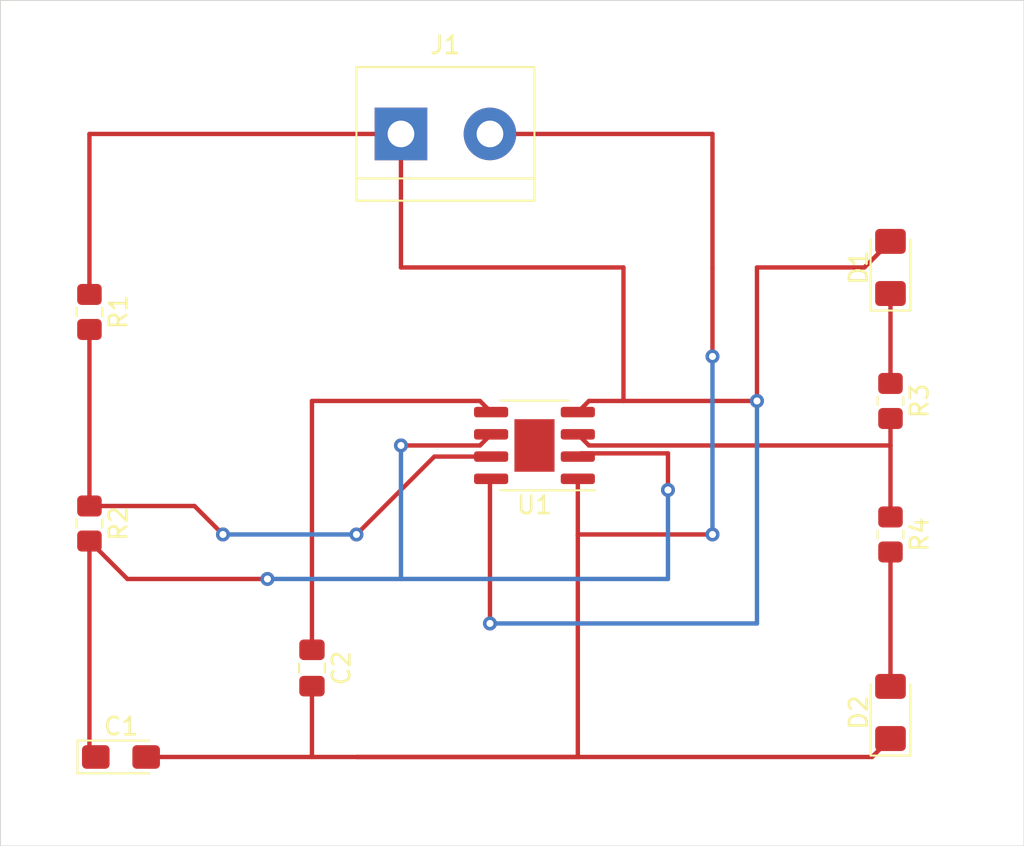
<source format=kicad_pcb>
(kicad_pcb (version 20211014) (generator pcbnew)
  (layers (0 "F.Cu" signal) (31 "B.Cu" signal) (34 "B.Paste" user) (35 "F.Paste" user) (36 "B.SilkS" user "B.Silkscreen") (37 "F.SilkS" user "F.Silkscreen") (38 "B.Mask" user) (39 "F.Mask" user) (44 "Edge.Cuts" user))
  (net 0 "")
  (net 1 "/pin_2")
  (net 2 "GND")
  (net 3 "Net-(C2-Pad1)")
  (net 4 "Net-(D1-Pad1)")
  (net 5 "+9V")
  (net 6 "Net-(D2-Pad2)")
  (net 7 "/pin_7")
  (net 8 "/pin_3")
  (footprint "Resistor_SMD:R_0805_2012Metric_Pad1.20x1.40mm_HandSolder" (layer "F.Cu") (at 124.46 81.28 -90)
    (fp_text reference "R1" (at 0 -1.65 90) (layer "F.SilkS"))
    (fp_text value "1k")
    (fp_line (start -0.227064 -0.735) (end 0.227064 -0.735) (layer "F.SilkS") (width 0.12))
    (fp_line (start -0.227064 0.735) (end 0.227064 0.735) (layer "F.SilkS") (width 0.12))
    (pad "1" smd roundrect (at -1 0 270) (size 1.2 1.4) (layers "F.Cu" "F.Paste" "F.Mask") (roundrect_rratio 0.208333) (net 5 "+9V"))
    (pad "2" smd roundrect (at 1 0 270) (size 1.2 1.4) (layers "F.Cu" "F.Paste" "F.Mask") (roundrect_rratio 0.208333) (net 7 "/pin_7"))
  )
  (footprint "TerminalBlock:TerminalBlock_bornier-2_P5.08mm" (layer "F.Cu") (at 142.24 71.12)
    (fp_text reference "J1" (at 2.54 -5.08) (layer "F.SilkS"))
    (fp_text value " ")
    (fp_line (start 7.62 -3.81) (end -2.54 -3.81) (layer "F.SilkS") (width 0.12))
    (fp_line (start -2.54 3.81) (end 7.62 3.81) (layer "F.SilkS") (width 0.12))
    (fp_line (start 7.62 2.54) (end -2.54 2.54) (layer "F.SilkS") (width 0.12))
    (fp_line (start -2.54 -3.81) (end -2.54 3.81) (layer "F.SilkS") (width 0.12))
    (fp_line (start 7.62 3.81) (end 7.62 -3.81) (layer "F.SilkS") (width 0.12))
    (pad "1" thru_hole rect (at 0 0) (size 3 3) (drill 1.52) (layers *.Cu *.Mask) (net 5 "+9V"))
    (pad "2" thru_hole circle (at 5.08 0) (size 3 3) (drill 1.52) (layers *.Cu *.Mask) (net 2 "GND"))
  )
  (footprint "LED_SMD:LED_1206_3216Metric_Pad1.42x1.75mm_HandSolder" (layer "F.Cu") (at 170.18 78.74 90)
    (fp_text reference "D1" (at 0 -1.82 90) (layer "F.SilkS"))
    (fp_text value "LED")
    (fp_line (start -2.46 -1.135) (end -2.46 1.135) (layer "F.SilkS") (width 0.12))
    (fp_line (start -2.46 1.135) (end 1.6 1.135) (layer "F.SilkS") (width 0.12))
    (fp_line (start 1.6 -1.135) (end -2.46 -1.135) (layer "F.SilkS") (width 0.12))
    (pad "1" smd roundrect (at -1.4875 0 90) (size 1.425 1.75) (layers "F.Cu" "F.Paste" "F.Mask") (roundrect_rratio 0.175439) (net 4 "Net-(D1-Pad1)"))
    (pad "2" smd roundrect (at 1.4875 0 90) (size 1.425 1.75) (layers "F.Cu" "F.Paste" "F.Mask") (roundrect_rratio 0.175439) (net 5 "+9V"))
  )
  (footprint "Resistor_SMD:R_0805_2012Metric_Pad1.20x1.40mm_HandSolder" (layer "F.Cu") (at 170.18 86.36 -90)
    (fp_text reference "R3" (at 0 -1.65 90) (layer "F.SilkS"))
    (fp_text value "1k")
    (fp_line (start -0.227064 -0.735) (end 0.227064 -0.735) (layer "F.SilkS") (width 0.12))
    (fp_line (start -0.227064 0.735) (end 0.227064 0.735) (layer "F.SilkS") (width 0.12))
    (pad "1" smd roundrect (at -1 0 270) (size 1.2 1.4) (layers "F.Cu" "F.Paste" "F.Mask") (roundrect_rratio 0.208333) (net 4 "Net-(D1-Pad1)"))
    (pad "2" smd roundrect (at 1 0 270) (size 1.2 1.4) (layers "F.Cu" "F.Paste" "F.Mask") (roundrect_rratio 0.208333) (net 8 "/pin_3"))
  )
  (footprint "LED_SMD:LED_1206_3216Metric_Pad1.42x1.75mm_HandSolder" (layer "F.Cu") (at 170.18 104.14 90)
    (fp_text reference "D2" (at 0 -1.82 90) (layer "F.SilkS"))
    (fp_text value "LED")
    (fp_line (start -2.46 -1.135) (end -2.46 1.135) (layer "F.SilkS") (width 0.12))
    (fp_line (start -2.46 1.135) (end 1.6 1.135) (layer "F.SilkS") (width 0.12))
    (fp_line (start 1.6 -1.135) (end -2.46 -1.135) (layer "F.SilkS") (width 0.12))
    (pad "1" smd roundrect (at -1.4875 0 90) (size 1.425 1.75) (layers "F.Cu" "F.Paste" "F.Mask") (roundrect_rratio 0.175439) (net 2 "GND"))
    (pad "2" smd roundrect (at 1.4875 0 90) (size 1.425 1.75) (layers "F.Cu" "F.Paste" "F.Mask") (roundrect_rratio 0.175439) (net 6 "Net-(D2-Pad2)"))
  )
  (footprint "Resistor_SMD:R_0805_2012Metric_Pad1.20x1.40mm_HandSolder" (layer "F.Cu") (at 124.46 93.355 -90)
    (fp_text reference "R2" (at 0 -1.65 90) (layer "F.SilkS"))
    (fp_text value "10k")
    (fp_line (start -0.227064 -0.735) (end 0.227064 -0.735) (layer "F.SilkS") (width 0.12))
    (fp_line (start -0.227064 0.735) (end 0.227064 0.735) (layer "F.SilkS") (width 0.12))
    (pad "1" smd roundrect (at -1 0 270) (size 1.2 1.4) (layers "F.Cu" "F.Paste" "F.Mask") (roundrect_rratio 0.208333) (net 7 "/pin_7"))
    (pad "2" smd roundrect (at 1 0 270) (size 1.2 1.4) (layers "F.Cu" "F.Paste" "F.Mask") (roundrect_rratio 0.208333) (net 1 "/pin_2"))
  )
  (footprint "Resistor_SMD:R_0805_2012Metric_Pad1.20x1.40mm_HandSolder" (layer "F.Cu") (at 170.18 93.98 -90)
    (fp_text reference "R4" (at 0 -1.65 90) (layer "F.SilkS"))
    (fp_text value "1k")
    (fp_line (start -0.227064 -0.735) (end 0.227064 -0.735) (layer "F.SilkS") (width 0.12))
    (fp_line (start -0.227064 0.735) (end 0.227064 0.735) (layer "F.SilkS") (width 0.12))
    (pad "1" smd roundrect (at -1 0 270) (size 1.2 1.4) (layers "F.Cu" "F.Paste" "F.Mask") (roundrect_rratio 0.208333) (net 8 "/pin_3"))
    (pad "2" smd roundrect (at 1 0 270) (size 1.2 1.4) (layers "F.Cu" "F.Paste" "F.Mask") (roundrect_rratio 0.208333) (net 6 "Net-(D2-Pad2)"))
  )
  (footprint "Capacitor_Tantalum_SMD:CP_EIA-3216-18_Kemet-A_Pad1.58x1.35mm_HandSolder" (layer "F.Cu") (at 126.26 106.68)
    (fp_text reference "C1" (at 0 -1.75) (layer "F.SilkS"))
    (fp_text value "10uF")
    (fp_line (start -2.485 -0.935) (end -2.485 0.935) (layer "F.SilkS") (width 0.12))
    (fp_line (start 1.6 -0.935) (end -2.485 -0.935) (layer "F.SilkS") (width 0.12))
    (fp_line (start -2.485 0.935) (end 1.6 0.935) (layer "F.SilkS") (width 0.12))
    (pad "1" smd roundrect (at -1.4375 0) (size 1.575 1.35) (layers "F.Cu" "F.Paste" "F.Mask") (roundrect_rratio 0.185185) (net 1 "/pin_2"))
    (pad "2" smd roundrect (at 1.4375 0) (size 1.575 1.35) (layers "F.Cu" "F.Paste" "F.Mask") (roundrect_rratio 0.185185) (net 2 "GND"))
  )
  (footprint "Package_SO:SOIC-8-1EP_3.9x4.9mm_P1.27mm_EP2.29x3mm" (layer "F.Cu") (at 149.86 88.9 180)
    (fp_text reference "U1" (at 0 -3.4) (layer "F.SilkS"))
    (fp_text value " ")
    (fp_line (start 0 2.56) (end 1.95 2.56) (layer "F.SilkS") (width 0.12))
    (fp_line (start 0 -2.56) (end -3.45 -2.56) (layer "F.SilkS") (width 0.12))
    (fp_line (start 0 -2.56) (end 1.95 -2.56) (layer "F.SilkS") (width 0.12))
    (fp_line (start 0 2.56) (end -1.95 2.56) (layer "F.SilkS") (width 0.12))
    (pad "1" smd roundrect (at -2.475 -1.905 180) (size 1.95 0.6) (layers "F.Cu" "F.Paste" "F.Mask") (net 2 "GND"))
    (pad "2" smd roundrect (at -2.475 -0.635 180) (size 1.95 0.6) (layers "F.Cu" "F.Paste" "F.Mask") (net 1 "/pin_2"))
    (pad "3" smd roundrect (at -2.475 0.635 180) (size 1.95 0.6) (layers "F.Cu" "F.Paste" "F.Mask") (net 8 "/pin_3"))
    (pad "4" smd roundrect (at -2.475 1.905 180) (size 1.95 0.6) (layers "F.Cu" "F.Paste" "F.Mask") (net 5 "+9V"))
    (pad "5" smd roundrect (at 2.475 1.905 180) (size 1.95 0.6) (layers "F.Cu" "F.Paste" "F.Mask") (net 3 "Net-(C2-Pad1)"))
    (pad "6" smd roundrect (at 2.475 0.635 180) (size 1.95 0.6) (layers "F.Cu" "F.Paste" "F.Mask") (net 1 "/pin_2"))
    (pad "7" smd roundrect (at 2.475 -0.635 180) (size 1.95 0.6) (layers "F.Cu" "F.Paste" "F.Mask") (net 7 "/pin_7"))
    (pad "8" smd roundrect (at 2.475 -1.905 180) (size 1.95 0.6) (layers "F.Cu" "F.Paste" "F.Mask") (net 5 "+9V"))
    (pad "9" smd rect (at 0 0 180) (size 2.29 3) (layers "F.Cu" "F.Mask"))
  )
  (footprint "Capacitor_SMD:C_0805_2012Metric_Pad1.18x1.45mm_HandSolder" (layer "F.Cu") (at 137.16 101.6 -90)
    (fp_text reference "C2" (at 0 -1.68 90) (layer "F.SilkS"))
    (fp_text value "0.01uF")
    (fp_line (start -0.261252 0.735) (end 0.261252 0.735) (layer "F.SilkS") (width 0.12))
    (fp_line (start -0.261252 -0.735) (end 0.261252 -0.735) (layer "F.SilkS") (width 0.12))
    (pad "1" smd roundrect (at -1.0375 0 270) (size 1.175 1.45) (layers "F.Cu" "F.Paste" "F.Mask") (roundrect_rratio 0.212766) (net 3 "Net-(C2-Pad1)"))
    (pad "2" smd roundrect (at 1.0375 0 270) (size 1.175 1.45) (layers "F.Cu" "F.Paste" "F.Mask") (roundrect_rratio 0.212766) (net 2 "GND"))
  )
  (gr_rect (start 119.38 63.5) (end 177.8 111.76) (layer "Edge.Cuts") (width 0.05) (fill none))
  (segment (start 124.46 106.3175) (end 124.8225 106.68) (width 0.25) (layer "F.Cu") (net 1))
  (segment (start 126.625 96.52) (end 124.46 94.355) (width 0.25) (layer "F.Cu") (net 1))
  (segment (start 124.46 94.355) (end 124.46 106.3175) (width 0.25) (layer "F.Cu") (net 1))
  (segment (start 152.52 89.35) (end 157.48 89.35) (width 0.25) (layer "F.Cu") (net 1))
  (segment (start 152.335 89.535) (end 152.52 89.35) (width 0.25) (layer "F.Cu") (net 1))
  (segment (start 157.48 89.35) (end 157.48 91.44) (width 0.25) (layer "F.Cu") (net 1))
  (segment (start 134.62 96.52) (end 126.625 96.52) (width 0.25) (layer "F.Cu") (net 1))
  (segment (start 147.385 88.265) (end 146.75 88.9) (width 0.25) (layer "F.Cu") (net 1))
  (segment (start 146.75 88.9) (end 142.24 88.9) (width 0.25) (layer "F.Cu") (net 1))
  (via (at 134.62 96.52) (size 0.8) (drill 0.4) (layers "F.Cu" "B.Cu") (net 1))
  (via (at 142.24 88.9) (size 0.8) (drill 0.4) (layers "F.Cu" "B.Cu") (net 1))
  (via (at 157.48 91.44) (size 0.8) (drill 0.4) (layers "F.Cu" "B.Cu") (net 1))
  (segment (start 157.48 91.44) (end 157.48 96.52) (width 0.25) (layer "B.Cu") (net 1))
  (segment (start 157.48 96.52) (end 134.62 96.52) (width 0.25) (layer "B.Cu") (net 1))
  (segment (start 142.24 88.9) (end 142.24 96.52) (width 0.25) (layer "B.Cu") (net 1))
  (segment (start 152.335 94.045) (end 152.335 106.615) (width 0.25) (layer "F.Cu") (net 2))
  (segment (start 169.1275 106.68) (end 170.18 105.6275) (width 0.25) (layer "F.Cu") (net 2))
  (segment (start 139.7 106.68) (end 169.1275 106.68) (width 0.25) (layer "F.Cu") (net 2))
  (segment (start 160.02 71.12) (end 160.02 78.74) (width 0.25) (layer "F.Cu") (net 2))
  (segment (start 152.4 93.98) (end 152.335 94.045) (width 0.25) (layer "F.Cu") (net 2))
  (segment (start 147.32 71.12) (end 160.02 71.12) (width 0.25) (layer "F.Cu") (net 2))
  (segment (start 152.335 90.805) (end 152.335 94.045) (width 0.25) (layer "F.Cu") (net 2))
  (segment (start 160.02 93.98) (end 152.4 93.98) (width 0.25) (layer "F.Cu") (net 2))
  (segment (start 152.4 106.68) (end 127.6975 106.68) (width 0.25) (layer "F.Cu") (net 2))
  (segment (start 137.16 102.6375) (end 137.16 106.68) (width 0.25) (layer "F.Cu") (net 2))
  (segment (start 160.02 78.74) (end 160.02 83.82) (width 0.25) (layer "F.Cu") (net 2))
  (segment (start 152.335 106.615) (end 152.4 106.68) (width 0.25) (layer "F.Cu") (net 2))
  (via (at 160.02 93.98) (size 0.8) (drill 0.4) (layers "F.Cu" "B.Cu") (net 2))
  (via (at 160.02 83.82) (size 0.8) (drill 0.4) (layers "F.Cu" "B.Cu") (net 2))
  (segment (start 160.02 83.82) (end 160.02 93.98) (width 0.25) (layer "B.Cu") (net 2))
  (segment (start 147.385 86.995) (end 146.75 86.36) (width 0.25) (layer "F.Cu") (net 3))
  (segment (start 137.16 86.36) (end 137.16 100.5625) (width 0.25) (layer "F.Cu") (net 3))
  (segment (start 146.75 86.36) (end 137.16 86.36) (width 0.25) (layer "F.Cu") (net 3))
  (segment (start 170.18 85.36) (end 170.18 80.2275) (width 0.25) (layer "F.Cu") (net 4))
  (segment (start 162.56 78.74) (end 162.56 86.36) (width 0.25) (layer "F.Cu") (net 5))
  (segment (start 154.94 86.36) (end 152.97 86.36) (width 0.25) (layer "F.Cu") (net 5))
  (segment (start 142.24 78.74) (end 154.94 78.74) (width 0.25) (layer "F.Cu") (net 5))
  (segment (start 147.32 90.87) (end 147.32 99.06) (width 0.25) (layer "F.Cu") (net 5))
  (segment (start 124.46 71.12) (end 142.24 71.12) (width 0.25) (layer "F.Cu") (net 5))
  (segment (start 142.24 71.12) (end 142.24 78.74) (width 0.25) (layer "F.Cu") (net 5))
  (segment (start 124.46 80.28) (end 124.46 71.12) (width 0.25) (layer "F.Cu") (net 5))
  (segment (start 147.385 90.805) (end 147.32 90.87) (width 0.25) (layer "F.Cu") (net 5))
  (segment (start 152.97 86.36) (end 152.335 86.995) (width 0.25) (layer "F.Cu") (net 5))
  (segment (start 154.94 78.74) (end 154.94 86.36) (width 0.25) (layer "F.Cu") (net 5))
  (segment (start 162.56 86.36) (end 154.94 86.36) (width 0.25) (layer "F.Cu") (net 5))
  (segment (start 168.6925 78.74) (end 162.56 78.74) (width 0.25) (layer "F.Cu") (net 5))
  (segment (start 170.18 77.2525) (end 168.6925 78.74) (width 0.25) (layer "F.Cu") (net 5))
  (via (at 147.32 99.06) (size 0.8) (drill 0.4) (layers "F.Cu" "B.Cu") (net 5))
  (via (at 162.56 86.36) (size 0.8) (drill 0.4) (layers "F.Cu" "B.Cu") (net 5))
  (segment (start 147.32 99.06) (end 162.56 99.06) (width 0.25) (layer "B.Cu") (net 5))
  (segment (start 162.56 99.06) (end 162.56 86.36) (width 0.25) (layer "B.Cu") (net 5))
  (segment (start 170.18 94.98) (end 170.18 102.6525) (width 0.25) (layer "F.Cu") (net 6))
  (segment (start 124.46 82.28) (end 124.46 92.355) (width 0.25) (layer "F.Cu") (net 7))
  (segment (start 130.455 92.355) (end 124.46 92.355) (width 0.25) (layer "F.Cu") (net 7))
  (segment (start 144.145 89.535) (end 147.385 89.535) (width 0.25) (layer "F.Cu") (net 7))
  (segment (start 132.08 93.98) (end 130.455 92.355) (width 0.25) (layer "F.Cu") (net 7))
  (segment (start 139.7 93.98) (end 144.145 89.535) (width 0.25) (layer "F.Cu") (net 7))
  (via (at 132.08 93.98) (size 0.8) (drill 0.4) (layers "F.Cu" "B.Cu") (net 7))
  (via (at 139.7 93.98) (size 0.8) (drill 0.4) (layers "F.Cu" "B.Cu") (net 7))
  (segment (start 139.7 93.98) (end 132.08 93.98) (width 0.25) (layer "B.Cu") (net 7))
  (segment (start 152.335 88.265) (end 152.97 88.9) (width 0.25) (layer "F.Cu") (net 8))
  (segment (start 152.97 88.9) (end 170.18 88.9) (width 0.25) (layer "F.Cu") (net 8))
  (segment (start 170.18 88.9) (end 170.18 87.36) (width 0.25) (layer "F.Cu") (net 8))
  (segment (start 170.18 88.9) (end 170.18 92.98) (width 0.25) (layer "F.Cu") (net 8))
)
</source>
